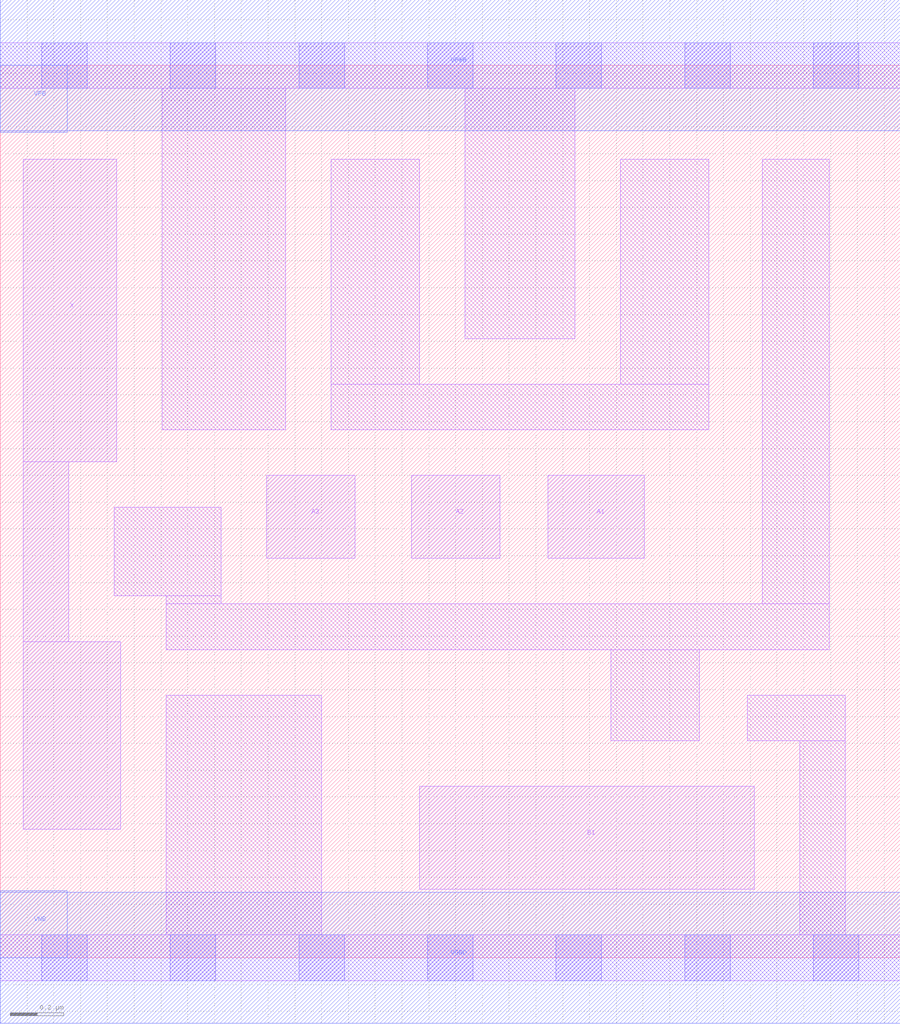
<source format=lef>
# Copyright 2020 The SkyWater PDK Authors
#
# Licensed under the Apache License, Version 2.0 (the "License");
# you may not use this file except in compliance with the License.
# You may obtain a copy of the License at
#
#     https://www.apache.org/licenses/LICENSE-2.0
#
# Unless required by applicable law or agreed to in writing, software
# distributed under the License is distributed on an "AS IS" BASIS,
# WITHOUT WARRANTIES OR CONDITIONS OF ANY KIND, either express or implied.
# See the License for the specific language governing permissions and
# limitations under the License.
#
# SPDX-License-Identifier: Apache-2.0

VERSION 5.5 ;
NAMESCASESENSITIVE ON ;
BUSBITCHARS "[]" ;
DIVIDERCHAR "/" ;
MACRO sky130_fd_sc_hs__a31o_1
  CLASS CORE ;
  SOURCE USER ;
  ORIGIN  0.000000  0.000000 ;
  SIZE  3.360000 BY  3.330000 ;
  SYMMETRY X Y ;
  SITE unit ;
  PIN A1
    ANTENNAGATEAREA  0.246000 ;
    DIRECTION INPUT ;
    USE SIGNAL ;
    PORT
      LAYER li1 ;
        RECT 2.045000 1.490000 2.405000 1.800000 ;
    END
  END A1
  PIN A2
    ANTENNAGATEAREA  0.246000 ;
    DIRECTION INPUT ;
    USE SIGNAL ;
    PORT
      LAYER li1 ;
        RECT 1.535000 1.490000 1.865000 1.800000 ;
    END
  END A2
  PIN A3
    ANTENNAGATEAREA  0.246000 ;
    DIRECTION INPUT ;
    USE SIGNAL ;
    PORT
      LAYER li1 ;
        RECT 0.995000 1.490000 1.325000 1.800000 ;
    END
  END A3
  PIN B1
    ANTENNAGATEAREA  0.246000 ;
    DIRECTION INPUT ;
    USE SIGNAL ;
    PORT
      LAYER li1 ;
        RECT 1.565000 0.255000 2.815000 0.640000 ;
    END
  END B1
  PIN X
    ANTENNADIFFAREA  0.504100 ;
    DIRECTION OUTPUT ;
    USE SIGNAL ;
    PORT
      LAYER li1 ;
        RECT 0.085000 0.480000 0.450000 1.180000 ;
        RECT 0.085000 1.180000 0.255000 1.850000 ;
        RECT 0.085000 1.850000 0.435000 2.980000 ;
    END
  END X
  PIN VGND
    DIRECTION INOUT ;
    USE GROUND ;
    PORT
      LAYER met1 ;
        RECT 0.000000 -0.245000 3.360000 0.245000 ;
    END
  END VGND
  PIN VNB
    DIRECTION INOUT ;
    USE GROUND ;
    PORT
      LAYER met1 ;
        RECT 0.000000 0.000000 0.250000 0.250000 ;
    END
  END VNB
  PIN VPB
    DIRECTION INOUT ;
    USE POWER ;
    PORT
      LAYER met1 ;
        RECT 0.000000 3.080000 0.250000 3.330000 ;
    END
  END VPB
  PIN VPWR
    DIRECTION INOUT ;
    USE POWER ;
    PORT
      LAYER met1 ;
        RECT 0.000000 3.085000 3.360000 3.575000 ;
    END
  END VPWR
  OBS
    LAYER li1 ;
      RECT 0.000000 -0.085000 3.360000 0.085000 ;
      RECT 0.000000  3.245000 3.360000 3.415000 ;
      RECT 0.425000  1.350000 0.825000 1.680000 ;
      RECT 0.605000  1.970000 1.065000 3.245000 ;
      RECT 0.620000  0.085000 1.200000 0.980000 ;
      RECT 0.620000  1.150000 3.095000 1.320000 ;
      RECT 0.620000  1.320000 0.825000 1.350000 ;
      RECT 1.235000  1.970000 2.645000 2.140000 ;
      RECT 1.235000  2.140000 1.565000 2.980000 ;
      RECT 1.735000  2.310000 2.145000 3.245000 ;
      RECT 2.280000  0.810000 2.610000 1.150000 ;
      RECT 2.315000  2.140000 2.645000 2.980000 ;
      RECT 2.790000  0.810000 3.155000 0.980000 ;
      RECT 2.845000  1.320000 3.095000 2.980000 ;
      RECT 2.985000  0.085000 3.155000 0.810000 ;
    LAYER mcon ;
      RECT 0.155000 -0.085000 0.325000 0.085000 ;
      RECT 0.155000  3.245000 0.325000 3.415000 ;
      RECT 0.635000 -0.085000 0.805000 0.085000 ;
      RECT 0.635000  3.245000 0.805000 3.415000 ;
      RECT 1.115000 -0.085000 1.285000 0.085000 ;
      RECT 1.115000  3.245000 1.285000 3.415000 ;
      RECT 1.595000 -0.085000 1.765000 0.085000 ;
      RECT 1.595000  3.245000 1.765000 3.415000 ;
      RECT 2.075000 -0.085000 2.245000 0.085000 ;
      RECT 2.075000  3.245000 2.245000 3.415000 ;
      RECT 2.555000 -0.085000 2.725000 0.085000 ;
      RECT 2.555000  3.245000 2.725000 3.415000 ;
      RECT 3.035000 -0.085000 3.205000 0.085000 ;
      RECT 3.035000  3.245000 3.205000 3.415000 ;
  END
END sky130_fd_sc_hs__a31o_1

</source>
